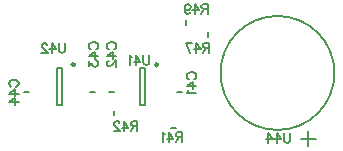
<source format=gbo>
G04*
G04 #@! TF.GenerationSoftware,Altium Limited,Altium Designer,19.0.15 (446)*
G04*
G04 Layer_Color=32896*
%FSLAX25Y25*%
%MOIN*%
G70*
G01*
G75*
%ADD10C,0.00787*%
%ADD11C,0.00600*%
%ADD32C,0.00984*%
D10*
X54213Y15760D02*
X55787D01*
X35260Y20073D02*
Y21648D01*
X16213Y23638D02*
Y35842D01*
X17787Y23638D02*
Y35842D01*
X16213Y23638D02*
X17787D01*
X16213Y35842D02*
X17787D01*
X56213Y27760D02*
X57787D01*
X33713D02*
X35287D01*
X27213D02*
X28787D01*
X66740Y46213D02*
Y47787D01*
X59260Y50213D02*
Y51787D01*
X5213Y27760D02*
X6787D01*
X43937Y23638D02*
Y35842D01*
X45512Y23638D02*
Y35842D01*
X43937Y23638D02*
X45512D01*
X43937Y35842D02*
X45512D01*
D11*
X108764Y34232D02*
G03*
X108764Y34232I-19000J0D01*
G01*
X100000Y9732D02*
Y14732D01*
X97500Y12232D02*
X102500D01*
X42953Y18190D02*
Y14991D01*
Y18190D02*
X41582D01*
X41125Y18038D01*
X40972Y17885D01*
X40820Y17581D01*
Y17276D01*
X40972Y16971D01*
X41125Y16819D01*
X41582Y16667D01*
X42953D01*
X41886D02*
X40820Y14991D01*
X38580Y18190D02*
X40104Y16057D01*
X37819D01*
X38580Y18190D02*
Y14991D01*
X37103Y17428D02*
Y17581D01*
X36950Y17885D01*
X36798Y18038D01*
X36493Y18190D01*
X35884D01*
X35579Y18038D01*
X35427Y17885D01*
X35274Y17581D01*
Y17276D01*
X35427Y16971D01*
X35732Y16514D01*
X37255Y14991D01*
X35122D01*
X57919Y14515D02*
Y11315D01*
Y14515D02*
X56547D01*
X56090Y14362D01*
X55938Y14210D01*
X55786Y13905D01*
Y13600D01*
X55938Y13296D01*
X56090Y13144D01*
X56547Y12991D01*
X57919D01*
X56852D02*
X55786Y11315D01*
X53546Y14515D02*
X55070Y12382D01*
X52784D01*
X53546Y14515D02*
Y11315D01*
X52221Y13905D02*
X51916Y14058D01*
X51459Y14515D01*
Y11315D01*
X94046Y14199D02*
Y11914D01*
X93894Y11457D01*
X93589Y11152D01*
X93132Y11000D01*
X92827D01*
X92370Y11152D01*
X92066Y11457D01*
X91913Y11914D01*
Y14199D01*
X89506D02*
X91030Y12066D01*
X88744D01*
X89506Y14199D02*
Y11000D01*
X86657Y14199D02*
X88181Y12066D01*
X85896D01*
X86657Y14199D02*
Y11000D01*
X19000Y44199D02*
Y41914D01*
X18848Y41457D01*
X18543Y41152D01*
X18086Y41000D01*
X17781D01*
X17324Y41152D01*
X17019Y41457D01*
X16867Y41914D01*
Y44199D01*
X14460D02*
X15983Y42066D01*
X13698D01*
X14460Y44199D02*
Y41000D01*
X12982Y43438D02*
Y43590D01*
X12830Y43895D01*
X12677Y44047D01*
X12373Y44199D01*
X11763D01*
X11459Y44047D01*
X11306Y43895D01*
X11154Y43590D01*
Y43285D01*
X11306Y42981D01*
X11611Y42524D01*
X13135Y41000D01*
X11002D01*
X47090Y40135D02*
Y37850D01*
X46938Y37393D01*
X46633Y37088D01*
X46176Y36936D01*
X45871D01*
X45414Y37088D01*
X45110Y37393D01*
X44957Y37850D01*
Y40135D01*
X42550D02*
X44074Y38002D01*
X41789D01*
X42550Y40135D02*
Y36936D01*
X41225Y39526D02*
X40920Y39678D01*
X40463Y40135D01*
Y36936D01*
X1062Y29715D02*
X758Y29867D01*
X453Y30172D01*
X301Y30476D01*
Y31086D01*
X453Y31391D01*
X758Y31695D01*
X1062Y31848D01*
X1519Y32000D01*
X2281D01*
X2738Y31848D01*
X3043Y31695D01*
X3348Y31391D01*
X3500Y31086D01*
Y30476D01*
X3348Y30172D01*
X3043Y29867D01*
X2738Y29715D01*
X301Y27292D02*
X2434Y28816D01*
Y26531D01*
X301Y27292D02*
X3500D01*
X301Y24443D02*
X2434Y25967D01*
Y23682D01*
X301Y24443D02*
X3500D01*
X66500Y57199D02*
Y54000D01*
Y57199D02*
X65129D01*
X64672Y57047D01*
X64520Y56895D01*
X64367Y56590D01*
Y56285D01*
X64520Y55980D01*
X64672Y55828D01*
X65129Y55676D01*
X66500D01*
X65434D02*
X64367Y54000D01*
X62128Y57199D02*
X63651Y55066D01*
X61366D01*
X62128Y57199D02*
Y54000D01*
X58822Y56133D02*
X58974Y55676D01*
X59279Y55371D01*
X59736Y55219D01*
X59888D01*
X60345Y55371D01*
X60650Y55676D01*
X60802Y56133D01*
Y56285D01*
X60650Y56742D01*
X60345Y57047D01*
X59888Y57199D01*
X59736D01*
X59279Y57047D01*
X58974Y56742D01*
X58822Y56133D01*
Y55371D01*
X58974Y54609D01*
X59279Y54152D01*
X59736Y54000D01*
X60040D01*
X60497Y54152D01*
X60650Y54457D01*
X67000Y44248D02*
Y41049D01*
Y44248D02*
X65629D01*
X65172Y44096D01*
X65020Y43944D01*
X64867Y43639D01*
Y43334D01*
X65020Y43029D01*
X65172Y42877D01*
X65629Y42725D01*
X67000D01*
X65934D02*
X64867Y41049D01*
X62628Y44248D02*
X64151Y42115D01*
X61866D01*
X62628Y44248D02*
Y41049D01*
X59169Y44248D02*
X60693Y41049D01*
X61302Y44248D02*
X59169D01*
X27562Y42215D02*
X27258Y42367D01*
X26953Y42672D01*
X26801Y42976D01*
Y43586D01*
X26953Y43891D01*
X27258Y44195D01*
X27562Y44348D01*
X28019Y44500D01*
X28781D01*
X29238Y44348D01*
X29543Y44195D01*
X29848Y43891D01*
X30000Y43586D01*
Y42976D01*
X29848Y42672D01*
X29543Y42367D01*
X29238Y42215D01*
X26801Y39792D02*
X28934Y41316D01*
Y39031D01*
X26801Y39792D02*
X30000D01*
X26801Y38162D02*
Y36487D01*
X28019Y37401D01*
Y36944D01*
X28172Y36639D01*
X28324Y36487D01*
X28781Y36334D01*
X29086D01*
X29543Y36487D01*
X29848Y36791D01*
X30000Y37248D01*
Y37705D01*
X29848Y38162D01*
X29695Y38315D01*
X29391Y38467D01*
X33594Y42215D02*
X33290Y42367D01*
X32985Y42672D01*
X32833Y42976D01*
Y43586D01*
X32985Y43891D01*
X33290Y44195D01*
X33594Y44348D01*
X34051Y44500D01*
X34813D01*
X35270Y44348D01*
X35575Y44195D01*
X35879Y43891D01*
X36032Y43586D01*
Y42976D01*
X35879Y42672D01*
X35575Y42367D01*
X35270Y42215D01*
X32833Y39792D02*
X34965Y41316D01*
Y39031D01*
X32833Y39792D02*
X36032D01*
X33594Y38315D02*
X33442D01*
X33137Y38162D01*
X32985Y38010D01*
X32833Y37705D01*
Y37096D01*
X32985Y36791D01*
X33137Y36639D01*
X33442Y36487D01*
X33747D01*
X34051Y36639D01*
X34508Y36944D01*
X36032Y38467D01*
Y36334D01*
X60307Y32215D02*
X60002Y32367D01*
X59698Y32672D01*
X59545Y32976D01*
Y33586D01*
X59698Y33891D01*
X60002Y34195D01*
X60307Y34348D01*
X60764Y34500D01*
X61526D01*
X61983Y34348D01*
X62288Y34195D01*
X62592Y33891D01*
X62745Y33586D01*
Y32976D01*
X62592Y32672D01*
X62288Y32367D01*
X61983Y32215D01*
X59545Y29792D02*
X61678Y31316D01*
Y29031D01*
X59545Y29792D02*
X62745D01*
X60155Y28467D02*
X60002Y28162D01*
X59545Y27705D01*
X62745D01*
D32*
X22217Y37024D02*
G03*
X22217Y37024I-492J0D01*
G01*
X49941D02*
G03*
X49941Y37024I-492J0D01*
G01*
M02*

</source>
